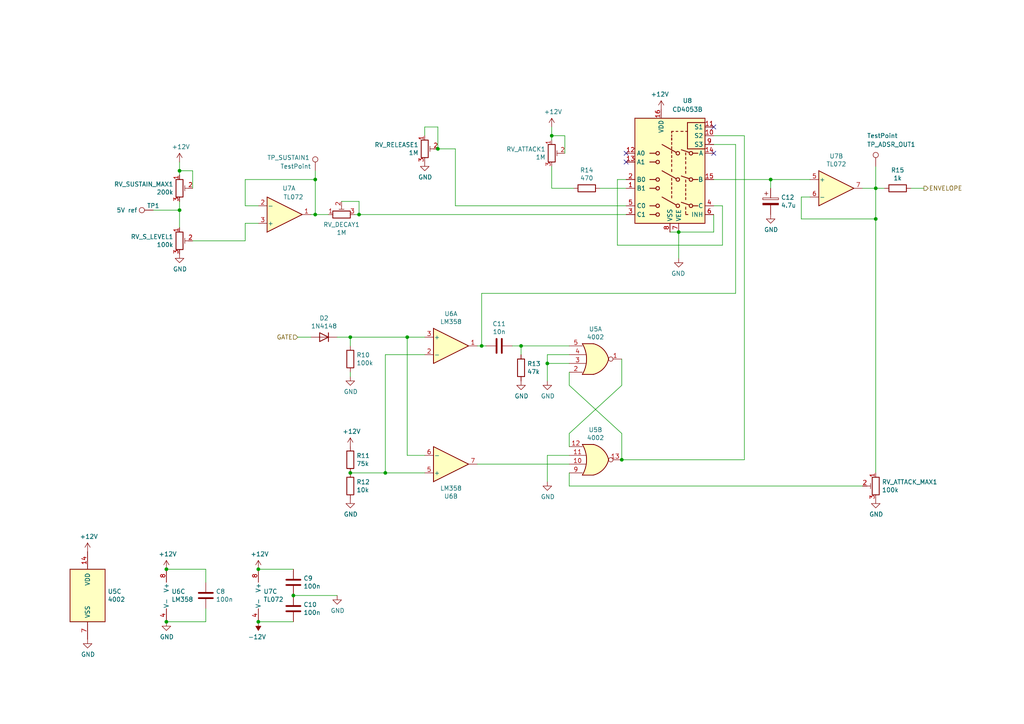
<source format=kicad_sch>
(kicad_sch (version 20230121) (generator eeschema)
  (paper "A4")
  (lib_symbols
    (symbol "4xxx:4002" (pin_names (offset 1.016))
      (property "Reference" "U" (at 0 1.27 0))
      (property "Value" "4002" (at 0 -1.27 0))
      (symbol "4002_1_1"
        (arc (start -3.81 -4.445) (mid -2.5908 0) (end -3.81 4.445) (stroke (width 0.254)))
        (arc (start -0.6096 -4.445) (mid 2.2246 -2.8422) (end 3.81 0) (stroke (width 0.254)) (fill (type background)))
        (polyline (pts (xy -3.81 -4.445) (xy -0.635 -4.445)) (stroke (width 0.254)) (fill (type background)))
        (polyline (pts (xy -3.81 4.445) (xy -0.635 4.445)) (stroke (width 0.254)) (fill (type background)))
        (polyline (pts (xy -0.635 4.445) (xy -3.81 4.445) (xy -3.81 4.445) (xy -3.6322 4.0894) (xy -3.0988 2.921) (xy -2.7686 1.6764) (xy -2.6162 0.4318) (xy -2.6416 -0.8636) (xy -2.8702 -2.1082) (xy -3.2512 -3.3274) (xy -3.81 -4.445) (xy -3.81 -4.445) (xy -0.635 -4.445)) (stroke (width -25.4)) (fill (type background)))
        (arc (start 3.81 0) (mid 2.2204 2.8379) (end -0.6096 4.445) (stroke (width 0.254)) (fill (type background)))
        (pin output inverted (at 7.62 0 180) (length 3.81) (name "~") (number "1"))
        (pin input line (at -7.62 3.81 0) (length 3.81) (name "~") (number "2"))
        (pin input line (at -7.62 1.27 0) (length 4.826) (name "~") (number "3"))
        (pin input line (at -7.62 -1.27 0) (length 4.826) (name "~") (number "4"))
        (pin input line (at -7.62 -3.81 0) (length 3.81) (name "~") (number "5"))
      )
      (symbol "4002_1_2"
        (arc (start -0.635 -4.445) (mid 3.7907 0) (end -0.635 4.445) (stroke (width 0.254)) (fill (type background)))
        (polyline (pts (xy -0.635 4.445) (xy -3.81 4.445) (xy -3.81 -4.445) (xy -0.635 -4.445)) (stroke (width 0.254)) (fill (type background)))
        (pin output line (at 7.62 0 180) (length 3.81) (name "~") (number "1"))
        (pin input inverted (at -7.62 3.81 0) (length 3.81) (name "~") (number "2"))
        (pin input inverted (at -7.62 1.27 0) (length 3.81) (name "~") (number "3"))
        (pin input inverted (at -7.62 -1.27 0) (length 3.81) (name "~") (number "4"))
        (pin input inverted (at -7.62 -3.81 0) (length 3.81) (name "~") (number "5"))
      )
      (symbol "4002_2_1"
        (arc (start -3.81 -4.445) (mid -2.5908 0) (end -3.81 4.445) (stroke (width 0.254)))
        (arc (start -0.6096 -4.445) (mid 2.2246 -2.8422) (end 3.81 0) (stroke (width 0.254)) (fill (type background)))
        (polyline (pts (xy -3.81 -4.445) (xy -0.635 -4.445)) (stroke (width 0.254)) (fill (type background)))
        (polyline (pts (xy -3.81 4.445) (xy -0.635 4.445)) (stroke (width 0.254)) (fill (type background)))
        (polyline (pts (xy -0.635 4.445) (xy -3.81 4.445) (xy -3.81 4.445) (xy -3.6322 4.0894) (xy -3.0988 2.921) (xy -2.7686 1.6764) (xy -2.6162 0.4318) (xy -2.6416 -0.8636) (xy -2.8702 -2.1082) (xy -3.2512 -3.3274) (xy -3.81 -4.445) (xy -3.81 -4.445) (xy -0.635 -4.445)) (stroke (width -25.4)) (fill (type background)))
        (arc (start 3.81 0) (mid 2.2204 2.8379) (end -0.6096 4.445) (stroke (width 0.254)) (fill (type background)))
        (pin input line (at -7.62 1.27 0) (length 4.826) (name "~") (number "10"))
        (pin input line (at -7.62 -1.27 0) (length 4.826) (name "~") (number "11"))
        (pin input line (at -7.62 -3.81 0) (length 3.81) (name "~") (number "12"))
        (pin output inverted (at 7.62 0 180) (length 3.81) (name "~") (number "13"))
        (pin input line (at -7.62 3.81 0) (length 3.81) (name "~") (number "9"))
      )
      (symbol "4002_2_2"
        (arc (start -0.635 -4.445) (mid 3.7907 0) (end -0.635 4.445) (stroke (width 0.254)) (fill (type background)))
        (polyline (pts (xy -0.635 4.445) (xy -3.81 4.445) (xy -3.81 -4.445) (xy -0.635 -4.445)) (stroke (width 0.254)) (fill (type background)))
        (pin input inverted (at -7.62 1.27 0) (length 3.81) (name "~") (number "10"))
        (pin input inverted (at -7.62 -1.27 0) (length 3.81) (name "~") (number "11"))
        (pin input inverted (at -7.62 -3.81 0) (length 3.81) (name "~") (number "12"))
        (pin output line (at 7.62 0 180) (length 3.81) (name "~") (number "13"))
        (pin input inverted (at -7.62 3.81 0) (length 3.81) (name "~") (number "9"))
      )
      (symbol "4002_3_0"
        (pin power_in line (at 0 12.7 270) (length 5.08) (name "VDD") (number "14"))
        (pin power_in line (at 0 -12.7 90) (length 5.08) (name "VSS") (number "7"))
      )
      (symbol "4002_3_1"
        (rectangle (start -5.08 7.62) (end 5.08 -7.62) (stroke (width 0.254)) (fill (type background)))
      )
    )
    (symbol "Amplifier_Operational:LM358" (pin_names (offset 0.127))
      (property "Reference" "U" (at 0 5.08 0))
      (property "Value" "LM358" (at 0 -5.08 0))
      (symbol "LM358_1_1"
        (polyline (pts (xy -5.08 5.08) (xy 5.08 0) (xy -5.08 -5.08) (xy -5.08 5.08)) (stroke (width 0.254)) (fill (type background)))
        (pin output line (at 7.62 0 180) (length 2.54) (name "~") (number "1"))
        (pin input line (at -7.62 -2.54 0) (length 2.54) (name "-") (number "2"))
        (pin input line (at -7.62 2.54 0) (length 2.54) (name "+") (number "3"))
      )
      (symbol "LM358_2_1"
        (polyline (pts (xy -5.08 5.08) (xy 5.08 0) (xy -5.08 -5.08) (xy -5.08 5.08)) (stroke (width 0.254)) (fill (type background)))
        (pin input line (at -7.62 2.54 0) (length 2.54) (name "+") (number "5"))
        (pin input line (at -7.62 -2.54 0) (length 2.54) (name "-") (number "6"))
        (pin output line (at 7.62 0 180) (length 2.54) (name "~") (number "7"))
      )
      (symbol "LM358_3_1"
        (pin power_in line (at -2.54 -7.62 90) (length 3.81) (name "V-") (number "4"))
        (pin power_in line (at -2.54 7.62 270) (length 3.81) (name "V+") (number "8"))
      )
    )
    (symbol "Amplifier_Operational:TL072" (pin_names (offset 0.127))
      (property "Reference" "U" (at 0 5.08 0))
      (property "Value" "TL072" (at 0 -5.08 0))
      (symbol "TL072_1_1"
        (polyline (pts (xy -5.08 5.08) (xy 5.08 0) (xy -5.08 -5.08) (xy -5.08 5.08)) (stroke (width 0.254)) (fill (type background)))
        (pin output line (at 7.62 0 180) (length 2.54) (name "~") (number "1"))
        (pin input line (at -7.62 -2.54 0) (length 2.54) (name "-") (number "2"))
        (pin input line (at -7.62 2.54 0) (length 2.54) (name "+") (number "3"))
      )
      (symbol "TL072_2_1"
        (polyline (pts (xy -5.08 5.08) (xy 5.08 0) (xy -5.08 -5.08) (xy -5.08 5.08)) (stroke (width 0.254)) (fill (type background)))
        (pin input line (at -7.62 2.54 0) (length 2.54) (name "+") (number "5"))
        (pin input line (at -7.62 -2.54 0) (length 2.54) (name "-") (number "6"))
        (pin output line (at 7.62 0 180) (length 2.54) (name "~") (number "7"))
      )
      (symbol "TL072_3_1"
        (pin power_in line (at -2.54 -7.62 90) (length 3.81) (name "V-") (number "4"))
        (pin power_in line (at -2.54 7.62 270) (length 3.81) (name "V+") (number "8"))
      )
    )
    (symbol "Analog_Switch:CD4053B"
      (property "Reference" "U" (at -10.16 16.51 0))
      (property "Value" "CD4053B" (at 3.81 16.51 0))
      (symbol "CD4053B_0_1"
        (rectangle (start -10.16 6.35) (end -5.08 13.97) (stroke (width 0.254)))
        (rectangle (start -10.16 15.24) (end 10.16 -15.24) (stroke (width 0.254)) (fill (type background)))
        (circle (center -6.096 -10.16) (radius 0.508) (stroke (width 0.254)))
        (circle (center -6.096 -2.54) (radius 0.508) (stroke (width 0.254)))
        (circle (center -6.096 5.08) (radius 0.508) (stroke (width 0.254)))
        (circle (center -2.286 -10.16) (radius 0.508) (stroke (width 0.254)))
        (circle (center -2.286 -2.54) (radius 0.508) (stroke (width 0.254)))
        (circle (center -2.286 5.08) (radius 0.508) (stroke (width 0.254)))
        (polyline (pts (xy -8.128 -10.16) (xy -6.604 -10.16)) (stroke (width 0.254)))
        (polyline (pts (xy -8.128 -2.54) (xy -6.604 -2.54)) (stroke (width 0.254)))
        (polyline (pts (xy -8.128 5.08) (xy -6.604 5.08)) (stroke (width 0.254)))
        (polyline (pts (xy -5.588 -9.906) (xy -3.302 -9.144)) (stroke (width 0.254)))
        (polyline (pts (xy -5.588 -2.286) (xy -3.302 -1.524)) (stroke (width 0.254)))
        (polyline (pts (xy -5.588 5.334) (xy -3.302 6.096)) (stroke (width 0.254)))
        (polyline (pts (xy -4.572 -12.7) (xy -5.207 -12.7)) (stroke (width 0.254)))
        (polyline (pts (xy -4.572 -12.446) (xy -4.572 -11.811)) (stroke (width 0.254)))
        (polyline (pts (xy -4.572 -11.176) (xy -4.572 -10.541)) (stroke (width 0.254)))
        (polyline (pts (xy -4.572 -8.382) (xy -4.572 -7.747)) (stroke (width 0.254)))
        (polyline (pts (xy -4.572 -7.112) (xy -4.572 -6.477)) (stroke (width 0.254)))
        (polyline (pts (xy -4.572 -5.842) (xy -4.572 -5.207)) (stroke (width 0.254)))
        (polyline (pts (xy -4.572 -4.572) (xy -4.572 -3.937)) (stroke (width 0.254)))
        (polyline (pts (xy -4.572 -3.302) (xy -4.572 -2.667)) (stroke (width 0.254)))
        (polyline (pts (xy -4.572 -0.762) (xy -4.572 -0.127)) (stroke (width 0.254)))
        (polyline (pts (xy -4.572 0.508) (xy -4.572 1.143)) (stroke (width 0.254)))
        (polyline (pts (xy -4.572 2.032) (xy -4.572 2.667)) (stroke (width 0.254)))
        (polyline (pts (xy -4.572 3.302) (xy -4.572 3.937)) (stroke (width 0.254)))
        (polyline (pts (xy -4.572 4.572) (xy -4.572 5.207)) (stroke (width 0.254)))
        (polyline (pts (xy -4.572 11.43) (xy -5.08 11.43)) (stroke (width 0.254)))
        (polyline (pts (xy -3.81 11.43) (xy -3.175 11.43)) (stroke (width 0.254)))
        (polyline (pts (xy -1.778 -9.906) (xy 2.286 -7.62)) (stroke (width 0.254)))
        (polyline (pts (xy -1.778 -2.286) (xy 2.286 0)) (stroke (width 0.254)))
        (polyline (pts (xy -1.778 5.334) (xy 2.286 7.62)) (stroke (width 0.254)))
        (polyline (pts (xy -1.778 11.43) (xy -2.286 11.43)) (stroke (width 0.254)))
        (polyline (pts (xy -0.508 -7.874) (xy -0.508 -7.239)) (stroke (width 0.254)))
        (polyline (pts (xy -0.508 -6.604) (xy -0.508 -5.969)) (stroke (width 0.254)))
        (polyline (pts (xy -0.508 -5.334) (xy -0.508 -4.699)) (stroke (width 0.254)))
        (polyline (pts (xy -0.508 -4.064) (xy -0.508 -3.429)) (stroke (width 0.254)))
        (polyline (pts (xy -0.508 -2.794) (xy -0.508 -2.159)) (stroke (width 0.254)))
        (polyline (pts (xy -0.508 -0.254) (xy -0.508 0.381)) (stroke (width 0.254)))
        (polyline (pts (xy -0.508 1.27) (xy -0.508 1.905)) (stroke (width 0.254)))
        (polyline (pts (xy -0.508 2.54) (xy -0.508 3.175)) (stroke (width 0.254)))
        (polyline (pts (xy -0.508 3.81) (xy -0.508 4.445)) (stroke (width 0.254)))
        (polyline (pts (xy -0.508 5.08) (xy -0.508 5.715)) (stroke (width 0.254)))
        (polyline (pts (xy -0.508 6.35) (xy -0.508 6.985)) (stroke (width 0.254)))
        (polyline (pts (xy -0.508 7.62) (xy -0.508 8.255)) (stroke (width 0.254)))
        (polyline (pts (xy -0.508 8.89) (xy -0.508 9.398)) (stroke (width 0.254)))
        (polyline (pts (xy -0.508 8.89) (xy -0.508 9.525)) (stroke (width 0.254)))
        (polyline (pts (xy -0.508 9.906) (xy -0.508 10.414)) (stroke (width 0.254)))
        (polyline (pts (xy -0.508 10.922) (xy -0.508 11.43)) (stroke (width 0.254)))
        (polyline (pts (xy -0.508 11.43) (xy -1.016 11.43)) (stroke (width 0.254)))
        (polyline (pts (xy 4.064 -12.7) (xy 5.842 -12.7)) (stroke (width 0.254)))
        (polyline (pts (xy 4.064 -10.16) (xy 5.842 -10.16)) (stroke (width 0.254)))
        (polyline (pts (xy 4.064 -5.08) (xy 5.842 -5.08)) (stroke (width 0.254)))
        (polyline (pts (xy 4.064 -2.54) (xy 5.842 -2.54)) (stroke (width 0.254)))
        (polyline (pts (xy 4.064 2.54) (xy 5.842 2.54)) (stroke (width 0.254)))
        (polyline (pts (xy 4.064 5.08) (xy 5.842 5.08)) (stroke (width 0.254)))
        (circle (center 3.556 -12.7) (radius 0.508) (stroke (width 0.254)))
        (circle (center 3.556 -10.16) (radius 0.508) (stroke (width 0.254)))
        (circle (center 3.556 -5.08) (radius 0.508) (stroke (width 0.254)))
        (circle (center 3.556 -2.54) (radius 0.508) (stroke (width 0.254)))
        (circle (center 3.556 2.54) (radius 0.508) (stroke (width 0.254)))
        (circle (center 3.556 5.08) (radius 0.508) (stroke (width 0.254)))
      )
      (symbol "CD4053B_1_1"
        (pin bidirectional line (at 12.7 -5.08 180) (length 2.54) (name "B1") (number "1"))
        (pin input line (at -12.7 10.16 0) (length 2.54) (name "S2") (number "10"))
        (pin input line (at -12.7 12.7 0) (length 2.54) (name "S1") (number "11"))
        (pin bidirectional line (at 12.7 5.08 180) (length 2.54) (name "A0") (number "12"))
        (pin bidirectional line (at 12.7 2.54 180) (length 2.54) (name "A1") (number "13"))
        (pin bidirectional line (at -12.7 5.08 0) (length 2.54) (name "A") (number "14"))
        (pin bidirectional line (at -12.7 -2.54 0) (length 2.54) (name "B") (number "15"))
        (pin power_in line (at 2.54 17.78 270) (length 2.54) (name "VDD") (number "16"))
        (pin bidirectional line (at 12.7 -2.54 180) (length 2.54) (name "B0") (number "2"))
        (pin bidirectional line (at 12.7 -12.7 180) (length 2.54) (name "C1") (number "3"))
        (pin bidirectional line (at -12.7 -10.16 0) (length 2.54) (name "C") (number "4"))
        (pin bidirectional line (at 12.7 -10.16 180) (length 2.54) (name "C0") (number "5"))
        (pin input line (at -12.7 -12.7 0) (length 2.54) (name "INH") (number "6"))
        (pin power_in line (at -2.54 -17.78 90) (length 2.54) (name "VEE") (number "7"))
        (pin power_in line (at 0 -17.78 90) (length 2.54) (name "VSS") (number "8"))
        (pin input line (at -12.7 7.62 0) (length 2.54) (name "S3") (number "9"))
      )
    )
    (symbol "Connector:TestPoint" (pin_numbers hide) (pin_names (offset 0.762) hide)
      (property "Reference" "TP" (at 0 6.858 0))
      (property "Value" "TestPoint" (at 0 5.08 0))
      (symbol "TestPoint_0_1"
        (circle (center 0 3.302) (radius 0.762))
      )
      (symbol "TestPoint_1_1"
        (pin passive line (at 0 0 90) (length 2.54) (name "1") (number "1"))
      )
    )
    (symbol "Device:C" (pin_numbers hide) (pin_names (offset 0.254))
      (property "Reference" "C" (at 0.635 2.54 0))
      (property "Value" "C" (at 0.635 -2.54 0))
      (symbol "C_0_1"
        (polyline (pts (xy -2.032 -0.762) (xy 2.032 -0.762)) (stroke (width 0.508)))
        (polyline (pts (xy -2.032 0.762) (xy 2.032 0.762)) (stroke (width 0.508)))
      )
      (symbol "C_1_1"
        (pin passive line (at 0 3.81 270) (length 2.794) (name "~") (number "1"))
        (pin passive line (at 0 -3.81 90) (length 2.794) (name "~") (number "2"))
      )
    )
    (symbol "Device:C_Polarized" (pin_numbers hide) (pin_names (offset 0.254))
      (property "Reference" "C" (at 0.635 2.54 0))
      (property "Value" "C_Polarized" (at 0.635 -2.54 0))
      (symbol "C_Polarized_0_1"
        (rectangle (start -2.286 0.508) (end 2.286 1.016))
        (polyline (pts (xy -1.778 2.286) (xy -0.762 2.286)))
        (polyline (pts (xy -1.27 2.794) (xy -1.27 1.778)))
        (rectangle (start 2.286 -0.508) (end -2.286 -1.016) (fill (type outline)))
      )
      (symbol "C_Polarized_1_1"
        (pin passive line (at 0 3.81 270) (length 2.794) (name "~") (number "1"))
        (pin passive line (at 0 -3.81 90) (length 2.794) (name "~") (number "2"))
      )
    )
    (symbol "Device:R" (pin_numbers hide) (pin_names (offset 0))
      (property "Reference" "R" (at 2.032 0 90))
      (property "Value" "R" (at 0 0 90))
      (symbol "R_0_1"
        (rectangle (start -1.016 -2.54) (end 1.016 2.54) (stroke (width 0.254)))
      )
      (symbol "R_1_1"
        (pin passive line (at 0 3.81 270) (length 1.27) (name "~") (number "1"))
        (pin passive line (at 0 -3.81 90) (length 1.27) (name "~") (number "2"))
      )
    )
    (symbol "Device:R_Potentiometer_Trim" (pin_names (offset 1.016) hide)
      (property "Reference" "RV" (at -4.445 0 90))
      (property "Value" "R_Potentiometer_Trim" (at -2.54 0 90))
      (symbol "R_Potentiometer_Trim_0_1"
        (polyline (pts (xy 1.524 0.762) (xy 1.524 -0.762)))
        (polyline (pts (xy 2.54 0) (xy 1.524 0)))
        (rectangle (start 1.016 2.54) (end -1.016 -2.54) (stroke (width 0.254)))
      )
      (symbol "R_Potentiometer_Trim_1_1"
        (pin passive line (at 0 3.81 270) (length 1.27) (name "1") (number "1"))
        (pin passive line (at 3.81 0 180) (length 1.27) (name "2") (number "2"))
        (pin passive line (at 0 -3.81 90) (length 1.27) (name "3") (number "3"))
      )
    )
    (symbol "Diode:1N4148" (pin_numbers hide) (pin_names hide)
      (property "Reference" "D" (at 0 2.54 0))
      (property "Value" "1N4148" (at 0 -2.54 0))
      (symbol "1N4148_0_1"
        (polyline (pts (xy -1.27 1.27) (xy -1.27 -1.27)) (stroke (width 0.254)))
        (polyline (pts (xy 1.27 0) (xy -1.27 0)))
        (polyline (pts (xy 1.27 1.27) (xy 1.27 -1.27) (xy -1.27 0) (xy 1.27 1.27)) (stroke (width 0.254)))
      )
      (symbol "1N4148_1_1"
        (pin passive line (at -3.81 0 0) (length 2.54) (name "K") (number "1"))
        (pin passive line (at 3.81 0 180) (length 2.54) (name "A") (number "2"))
      )
    )
    (symbol "power:+12V" (power) (pin_names (offset 0))
      (property "Value" "+12V" (at 0 3.556 0))
      (symbol "+12V_0_1"
        (polyline (pts (xy -0.762 1.27) (xy 0 2.54)))
        (polyline (pts (xy 0 0) (xy 0 2.54)))
        (polyline (pts (xy 0 2.54) (xy 0.762 1.27)))
      )
      (symbol "+12V_1_1"
        (pin power_in line (at 0 0 90) (length 0) hide (name "+12V") (number "1"))
      )
    )
    (symbol "power:-12V" (power) (pin_names (offset 0))
      (property "Value" "-12V" (at 0 3.81 0))
      (symbol "-12V_0_0"
        (pin power_in line (at 0 0 90) (length 0) hide (name "-12V") (number "1"))
      )
      (symbol "-12V_0_1"
        (polyline (pts (xy 0 0) (xy 0 1.27) (xy 0.762 1.27) (xy 0 2.54) (xy -0.762 1.27) (xy 0 1.27)) (fill (type outline)))
      )
    )
    (symbol "power:GND" (power) (pin_names (offset 0))
      (property "Value" "GND" (at 0 -3.81 0))
      (symbol "GND_0_1"
        (polyline (pts (xy 0 0) (xy 0 -1.27) (xy 1.27 -1.27) (xy 0 -2.54) (xy -1.27 -1.27) (xy 0 -1.27)))
      )
      (symbol "GND_1_1"
        (pin power_in line (at 0 0 270) (length 0) hide (name "GND") (number "1"))
      )
    )
  )
  (junction (at 223.52 52.07))
  (junction (at 74.93 180.34))
  (junction (at 101.6 137.16))
  (junction (at 52.07 49.53))
  (junction (at 91.44 52.07))
  (junction (at 52.07 60.96))
  (junction (at 151.13 100.33))
  (junction (at 111.76 137.16))
  (junction (at 101.6 97.79))
  (junction (at 254 63.5))
  (junction (at 74.93 165.1))
  (junction (at 160.02 39.37))
  (junction (at 254 54.61))
  (junction (at 91.44 62.23))
  (junction (at 48.26 180.34))
  (junction (at 139.7 100.33))
  (junction (at 85.09 172.72))
  (junction (at 48.26 165.1))
  (junction (at 104.14 62.23))
  (junction (at 127 43.18))
  (junction (at 158.75 105.41))
  (junction (at 196.85 67.31))
  (junction (at 118.11 97.79))
  (junction (at 180.34 133.35))
  (no_connect (at 181.61 44.45))
  (no_connect (at 207.01 44.45))
  (no_connect (at 181.61 46.99))
  (no_connect (at 207.01 36.83))
  (wire (pts (xy 123.19 102.87) (xy 111.76 102.87)))
  (wire (pts (xy 118.11 132.08) (xy 123.19 132.08)))
  (wire (pts (xy 179.07 52.07) (xy 179.07 71.12)))
  (wire (pts (xy 59.69 180.34) (xy 59.69 176.53)))
  (wire (pts (xy 196.85 67.31) (xy 194.31 67.31)))
  (wire (pts (xy 59.69 165.1) (xy 59.69 168.91)))
  (wire (pts (xy 71.12 64.77) (xy 74.93 64.77)))
  (wire (pts (xy 123.19 36.83) (xy 127 36.83)))
  (wire (pts (xy 158.75 105.41) (xy 158.75 102.87)))
  (wire (pts (xy 223.52 54.61) (xy 223.52 52.07)))
  (wire (pts (xy 173.99 54.61) (xy 181.61 54.61)))
  (wire (pts (xy 215.9 133.35) (xy 215.9 39.37)))
  (wire (pts (xy 123.19 39.37) (xy 123.19 36.83)))
  (wire (pts (xy 209.55 71.12) (xy 209.55 59.69)))
  (wire (pts (xy 158.75 102.87) (xy 165.1 102.87)))
  (wire (pts (xy 59.69 165.1) (xy 48.26 165.1)))
  (wire (pts (xy 71.12 59.69) (xy 71.12 52.07)))
  (wire (pts (xy 139.7 85.09) (xy 139.7 100.33)))
  (wire (pts (xy 127 43.18) (xy 132.08 43.18)))
  (wire (pts (xy 132.08 59.69) (xy 181.61 59.69)))
  (wire (pts (xy 180.34 104.14) (xy 180.34 111.76)))
  (wire (pts (xy 101.6 97.79) (xy 118.11 97.79)))
  (wire (pts (xy 74.93 59.69) (xy 71.12 59.69)))
  (wire (pts (xy 52.07 49.53) (xy 55.88 49.53)))
  (wire (pts (xy 52.07 58.42) (xy 52.07 60.96)))
  (wire (pts (xy 234.95 57.15) (xy 232.41 57.15)))
  (wire (pts (xy 52.07 60.96) (xy 52.07 66.04)))
  (wire (pts (xy 160.02 39.37) (xy 163.83 39.37)))
  (wire (pts (xy 256.54 54.61) (xy 254 54.61)))
  (wire (pts (xy 101.6 109.22) (xy 101.6 107.95)))
  (wire (pts (xy 254 54.61) (xy 254 63.5)))
  (wire (pts (xy 165.1 125.73) (xy 165.1 129.54)))
  (wire (pts (xy 148.59 100.33) (xy 151.13 100.33)))
  (wire (pts (xy 207.01 41.91) (xy 213.36 41.91)))
  (wire (pts (xy 139.7 100.33) (xy 140.97 100.33)))
  (wire (pts (xy 52.07 49.53) (xy 52.07 50.8)))
  (wire (pts (xy 165.1 107.95) (xy 165.1 111.76)))
  (wire (pts (xy 104.14 58.42) (xy 104.14 62.23)))
  (wire (pts (xy 85.09 165.1) (xy 74.93 165.1)))
  (wire (pts (xy 254 63.5) (xy 254 137.16)))
  (wire (pts (xy 196.85 74.93) (xy 196.85 67.31)))
  (wire (pts (xy 101.6 137.16) (xy 111.76 137.16)))
  (wire (pts (xy 118.11 97.79) (xy 123.19 97.79)))
  (wire (pts (xy 223.52 52.07) (xy 234.95 52.07)))
  (wire (pts (xy 254 54.61) (xy 250.19 54.61)))
  (wire (pts (xy 151.13 100.33) (xy 151.13 102.87)))
  (wire (pts (xy 158.75 110.49) (xy 158.75 105.41)))
  (wire (pts (xy 55.88 49.53) (xy 55.88 54.61)))
  (wire (pts (xy 179.07 71.12) (xy 209.55 71.12)))
  (wire (pts (xy 132.08 59.69) (xy 132.08 43.18)))
  (wire (pts (xy 71.12 52.07) (xy 91.44 52.07)))
  (wire (pts (xy 102.87 62.23) (xy 104.14 62.23)))
  (wire (pts (xy 165.1 132.08) (xy 158.75 132.08)))
  (wire (pts (xy 160.02 54.61) (xy 166.37 54.61)))
  (wire (pts (xy 160.02 39.37) (xy 160.02 36.83)))
  (wire (pts (xy 180.34 133.35) (xy 215.9 133.35)))
  (wire (pts (xy 207.01 67.31) (xy 196.85 67.31)))
  (wire (pts (xy 91.44 62.23) (xy 95.25 62.23)))
  (wire (pts (xy 165.1 137.16) (xy 165.1 140.97)))
  (wire (pts (xy 160.02 39.37) (xy 160.02 40.64)))
  (wire (pts (xy 138.43 134.62) (xy 165.1 134.62)))
  (wire (pts (xy 158.75 132.08) (xy 158.75 139.7)))
  (wire (pts (xy 232.41 57.15) (xy 232.41 63.5)))
  (wire (pts (xy 90.17 62.23) (xy 91.44 62.23)))
  (wire (pts (xy 59.69 180.34) (xy 48.26 180.34)))
  (wire (pts (xy 127 36.83) (xy 127 43.18)))
  (wire (pts (xy 104.14 62.23) (xy 181.61 62.23)))
  (wire (pts (xy 90.17 97.79) (xy 86.36 97.79)))
  (wire (pts (xy 215.9 39.37) (xy 207.01 39.37)))
  (wire (pts (xy 111.76 137.16) (xy 123.19 137.16)))
  (wire (pts (xy 232.41 63.5) (xy 254 63.5)))
  (wire (pts (xy 254 48.26) (xy 254 54.61)))
  (wire (pts (xy 223.52 52.07) (xy 207.01 52.07)))
  (wire (pts (xy 118.11 97.79) (xy 118.11 132.08)))
  (wire (pts (xy 180.34 125.73) (xy 180.34 133.35)))
  (wire (pts (xy 151.13 100.33) (xy 165.1 100.33)))
  (wire (pts (xy 160.02 48.26) (xy 160.02 54.61)))
  (wire (pts (xy 101.6 97.79) (xy 101.6 100.33)))
  (wire (pts (xy 163.83 39.37) (xy 163.83 44.45)))
  (wire (pts (xy 139.7 85.09) (xy 213.36 85.09)))
  (wire (pts (xy 180.34 111.76) (xy 165.1 125.73)))
  (wire (pts (xy 99.06 58.42) (xy 104.14 58.42)))
  (wire (pts (xy 91.44 49.53) (xy 91.44 52.07)))
  (wire (pts (xy 44.45 60.96) (xy 52.07 60.96)))
  (wire (pts (xy 267.97 54.61) (xy 264.16 54.61)))
  (wire (pts (xy 55.88 69.85) (xy 71.12 69.85)))
  (wire (pts (xy 91.44 52.07) (xy 91.44 62.23)))
  (wire (pts (xy 52.07 46.99) (xy 52.07 49.53)))
  (wire (pts (xy 97.79 172.72) (xy 85.09 172.72)))
  (wire (pts (xy 250.19 140.97) (xy 165.1 140.97)))
  (wire (pts (xy 138.43 100.33) (xy 139.7 100.33)))
  (wire (pts (xy 97.79 97.79) (xy 101.6 97.79)))
  (wire (pts (xy 165.1 105.41) (xy 158.75 105.41)))
  (wire (pts (xy 213.36 41.91) (xy 213.36 85.09)))
  (wire (pts (xy 207.01 62.23) (xy 207.01 67.31)))
  (wire (pts (xy 111.76 102.87) (xy 111.76 137.16)))
  (wire (pts (xy 71.12 69.85) (xy 71.12 64.77)))
  (wire (pts (xy 209.55 59.69) (xy 207.01 59.69)))
  (wire (pts (xy 85.09 180.34) (xy 74.93 180.34)))
  (wire (pts (xy 165.1 111.76) (xy 180.34 125.73)))
  (wire (pts (xy 181.61 52.07) (xy 179.07 52.07)))
  (hierarchical_label "ENVELOPE" (shape output) (at 267.97 54.61 0))
  (hierarchical_label "GATE" (shape input) (at 86.36 97.79 180))
  (symbol (lib_id "Diode:1N4148") (at 93.98 97.79 180) (unit 1)
    (property "Reference" "D2" (at 93.98 92.2782 0))
    (property "Value" "1N4148" (at 93.98 94.5896 0))
    (property "Footprint" "Diode_THT:D_DO-35_SOD27_P7.62mm_Horizontal" (effects hide))
    (property "Datasheet" "https://assets.nexperia.com/documents/data-sheet/1N4148_1N4448.pdf" (effects hide))
    (instances (project "shmoergh-funk-livecontrol" (path "" (reference "D2") (unit 1))) (project "hog-f1-control" (path "" (reference "D1") (unit 1))))
  )
  (symbol (lib_id "Amplifier_Operational:LM358") (at 130.81 100.33 0) (unit 1)
    (property "Reference" "U6" (at 130.81 91.0082 0))
    (property "Value" "LM358" (at 130.81 93.3196 0))
    (property "Footprint" "Package_DIP:DIP-8_W7.62mm" (effects hide))
    (property "Datasheet" "http://www.ti.com/lit/ds/symlink/lm2904-n.pdf" (effects hide))
    (instances (project "shmoergh-funk-livecontrol" (path "" (reference "U6") (unit 1))) (project "hog-f1-control" (path "" (reference "U2") (unit 1))))
  )
  (symbol (lib_id "Device:R") (at 101.6 140.97 0) (unit 1)
    (property "Reference" "R12" (at 103.378 139.8016 0) (effects (justify left)))
    (property "Value" "10k" (at 103.378 142.113 0) (effects (justify left)))
    (property "Footprint" "Shmoergh_Custom_Footprints:R_Axial_DIN0207_L6.3mm_D2.5mm_P7.62mm_Horizontal" (effects hide))
    (instances (project "shmoergh-funk-livecontrol" (path "" (reference "R12") (unit 1))) (project "hog-f1-control" (path "" (reference "R3") (unit 1))))
  )
  (symbol (lib_id "Device:R_Potentiometer_Trim") (at 254 140.97 0) (mirror y) (unit 1)
    (property "Reference" "RV_ATTACK_MAX1" (at 255.778 139.8016 0) (effects (justify right)))
    (property "Value" "100k" (at 255.778 142.113 0) (effects (justify right)))
    (property "Footprint" "Potentiometer_THT:Potentiometer_Runtron_RM-065_Vertical" (effects hide))
  )
  (symbol (lib_id "power:+12V") (at 48.26 165.1 0) (unit 1)
    (property "Reference" "#PWR038" (effects hide))
    (property "Value" "+12V" (at 48.641 160.7058 0))
    (instances (project "shmoergh-funk-livecontrol" (path "" (reference "#PWR038") (unit 1))) (project "hog-f1-control" (path "" (reference "#PWR0119") (unit 1))))
  )
  (symbol (lib_id "power:GND") (at 151.13 110.49 0) (unit 1)
    (property "Reference" "#PWR048" (effects hide))
    (property "Value" "GND" (at 151.257 114.8842 0))
    (instances (project "shmoergh-funk-livecontrol" (path "" (reference "#PWR048") (unit 1))) (project "hog-f1-control" (path "" (reference "#PWR0122") (unit 1))))
  )
  (symbol (lib_id "Connector:TestPoint") (at 91.44 49.53 0) (unit 1)
    (property "Reference" "TP_SUSTAIN1" (at 77.47 45.72 0) (effects (justify left)))
    (property "Value" "TestPoint" (at 81.28 48.26 0) (effects (justify left)))
    (property "Footprint" "TestPoint:TestPoint_THTPad_2.0x2.0mm_Drill1.0mm" (effects hide))
  )
  (symbol (lib_id "Amplifier_Operational:LM358") (at 50.8 172.72 0) (unit 3)
    (property "Reference" "U6" (at 49.7332 171.5516 0) (effects (justify left)))
    (property "Value" "LM358" (at 49.7332 173.863 0) (effects (justify left)))
    (property "Footprint" "Package_DIP:DIP-8_W7.62mm" (effects hide))
    (property "Datasheet" "http://www.ti.com/lit/ds/symlink/lm2904-n.pdf" (effects hide))
    (instances (project "shmoergh-funk-livecontrol" (path "" (reference "U6") (unit 3))) (project "hog-f1-control" (path "" (reference "U2") (unit 3))))
  )
  (symbol (lib_id "power:-12V") (at 74.93 180.34 180) (unit 1)
    (property "Reference" "#PWR041" (effects hide))
    (property "Value" "-12V" (at 74.549 184.7342 0))
    (instances (project "shmoergh-funk-livecontrol" (path "" (reference "#PWR041") (unit 1))) (project "hog-f1-control" (path "" (reference "#PWR0129") (unit 1))))
  )
  (symbol (lib_id "Device:C") (at 59.69 172.72 0) (unit 1)
    (property "Reference" "C8" (at 62.611 171.5516 0) (effects (justify left)))
    (property "Value" "100n" (at 62.611 173.863 0) (effects (justify left)))
    (property "Footprint" "Capacitor_THT:C_Disc_D3.0mm_W2.0mm_P2.50mm" (effects hide))
    (instances (project "shmoergh-funk-livecontrol" (path "" (reference "C8") (unit 1))) (project "hog-f1-control" (path "" (reference "C3") (unit 1))))
  )
  (symbol (lib_id "Device:R") (at 151.13 106.68 0) (unit 1)
    (property "Reference" "R13" (at 152.908 105.5116 0) (effects (justify left)))
    (property "Value" "47k" (at 152.908 107.823 0) (effects (justify left)))
    (property "Footprint" "Shmoergh_Custom_Footprints:R_Axial_DIN0207_L6.3mm_D2.5mm_P7.62mm_Horizontal" (effects hide))
    (instances (project "shmoergh-funk-livecontrol" (path "" (reference "R13") (unit 1))) (project "hog-f1-control" (path "" (reference "R4") (unit 1))))
  )
  (symbol (lib_id "Device:R_Potentiometer_Trim") (at 52.07 54.61 0) (unit 1)
    (property "Reference" "RV_SUSTAIN_MAX1" (at 50.292 53.4416 0) (effects (justify right)))
    (property "Value" "200k" (at 50.292 55.753 0) (effects (justify right)))
    (property "Footprint" "Potentiometer_THT:Potentiometer_Runtron_RM-065_Vertical" (effects hide))
    (instances (project "shmoergh-funk-livecontrol" (path "" (reference "RV_SUSTAIN_MAX1") (unit 1))) (project "hog-f1-control" (path "" (reference "#RV_SUSTAIN_MAX1") (unit 1))))
  )
  (symbol (lib_id "power:GND") (at 158.75 110.49 0) (unit 1)
    (property "Reference" "#PWR049" (effects hide))
    (property "Value" "GND" (at 158.877 114.8842 0))
    (instances (project "shmoergh-funk-livecontrol" (path "" (reference "#PWR049") (unit 1))) (project "hog-f1-control" (path "" (reference "#PWR0123") (unit 1))))
  )
  (symbol (lib_id "power:+12V") (at 160.02 36.83 0) (unit 1)
    (property "Reference" "#PWR047" (effects hide))
    (property "Value" "+12V" (at 160.401 32.4358 0))
    (instances (project "shmoergh-funk-livecontrol" (path "" (reference "#PWR047") (unit 1))) (project "hog-f1-control" (path "" (reference "#PWR0134") (unit 1))))
  )
  (symbol (lib_id "Analog_Switch:CD4053B") (at 194.31 49.53 0) (mirror y) (unit 1)
    (property "Reference" "U8" (at 199.39 29.21 0))
    (property "Value" "CD4053B" (at 199.39 31.75 0))
    (property "Footprint" "Package_DIP:DIP-16_W7.62mm" (effects hide))
    (property "Datasheet" "http://www.ti.com/lit/ds/symlink/cd4052b.pdf" (effects hide))
    (instances (project "shmoergh-funk-livecontrol" (path "" (reference "U8") (unit 1))) (project "hog-f1-control" (path "" (reference "U4") (unit 1))))
  )
  (symbol (lib_id "Connector:TestPoint") (at 254 48.26 0) (unit 1)
    (property "Reference" "TP_ADSR_OUT1" (at 251.46 41.91 0) (effects (justify left)))
    (property "Value" "TestPoint" (at 251.46 39.37 0) (effects (justify left)))
    (property "Footprint" "TestPoint:TestPoint_THTPad_2.0x2.0mm_Drill1.0mm" (effects hide))
  )
  (symbol (lib_id "power:+12V") (at 191.77 31.75 0) (mirror y) (unit 1)
    (property "Reference" "#PWR051" (effects hide))
    (property "Value" "+12V" (at 191.389 27.3558 0))
    (instances (project "shmoergh-funk-livecontrol" (path "" (reference "#PWR051") (unit 1))) (project "hog-f1-control" (path "" (reference "#PWR0127") (unit 1))))
  )
  (symbol (lib_id "power:GND") (at 223.52 62.23 0) (unit 1)
    (property "Reference" "#PWR053" (effects hide))
    (property "Value" "GND" (at 223.647 66.6242 0))
    (instances (project "shmoergh-funk-livecontrol" (path "" (reference "#PWR053") (unit 1))) (project "hog-f1-control" (path "" (reference "#PWR0131") (unit 1))))
  )
  (symbol (lib_id "Device:C") (at 85.09 168.91 0) (unit 1)
    (property "Reference" "C9" (at 88.011 167.7416 0) (effects (justify left)))
    (property "Value" "100n" (at 88.011 170.053 0) (effects (justify left)))
    (property "Footprint" "Capacitor_THT:C_Disc_D3.0mm_W2.0mm_P2.50mm" (effects hide))
    (instances (project "shmoergh-funk-livecontrol" (path "" (reference "C9") (unit 1))) (project "hog-f1-control" (path "" (reference "C4") (unit 1))))
  )
  (symbol (lib_id "power:GND") (at 158.75 139.7 0) (unit 1)
    (property "Reference" "#PWR050" (effects hide))
    (property "Value" "GND" (at 158.877 144.0942 0))
    (instances (project "shmoergh-funk-livecontrol" (path "" (reference "#PWR050") (unit 1))) (project "hog-f1-control" (path "" (reference "#PWR0124") (unit 1))))
  )
  (symbol (lib_id "power:+12V") (at 101.6 129.54 0) (unit 1)
    (property "Reference" "#PWR043" (effects hide))
    (property "Value" "+12V" (at 101.981 125.1458 0))
    (instances (project "shmoergh-funk-livecontrol" (path "" (reference "#PWR043") (unit 1))) (project "hog-f1-control" (path "" (reference "#PWR0132") (unit 1))))
  )
  (symbol (lib_id "Device:R_Potentiometer_Trim") (at 99.06 62.23 90) (unit 1)
    (property "Reference" "RV_DECAY1" (at 99.06 65.151 90))
    (property "Value" "1M" (at 99.06 67.4624 90))
    (property "Footprint" "Shmoergh_Custom_Footprints:NSL25_01x03_Vertical" (effects hide))
    (instances (project "shmoergh-funk-livecontrol" (path "" (reference "RV_DECAY1") (unit 1))) (project "hog-f1-control" (path "" (reference "#RV_DECAY1") (unit 1))))
  )
  (symbol (lib_id "Device:R") (at 101.6 104.14 0) (unit 1)
    (property "Reference" "R10" (at 103.378 102.9716 0) (effects (justify left)))
    (property "Value" "100k" (at 103.378 105.283 0) (effects (justify left)))
    (property "Footprint" "Shmoergh_Custom_Footprints:R_Axial_DIN0207_L6.3mm_D2.5mm_P7.62mm_Horizontal" (effects hide))
    (instances (project "shmoergh-funk-livecontrol" (path "" (reference "R10") (unit 1))) (project "hog-f1-control" (path "" (reference "R1") (unit 1))))
  )
  (symbol (lib_id "Device:R_Potentiometer_Trim") (at 123.19 43.18 0) (unit 1)
    (property "Reference" "RV_RELEASE1" (at 121.412 42.0116 0) (effects (justify right)))
    (property "Value" "1M" (at 121.412 44.323 0) (effects (justify right)))
    (property "Footprint" "Shmoergh_Custom_Footprints:NSL25_01x03_Vertical" (effects hide))
    (instances (project "shmoergh-funk-livecontrol" (path "" (reference "RV_RELEASE1") (unit 1))) (project "hog-f1-control" (path "" (reference "#RV_RELEASE1") (unit 1))))
  )
  (symbol (lib_id "power:GND") (at 196.85 74.93 0) (mirror y) (unit 1)
    (property "Reference" "#PWR052" (effects hide))
    (property "Value" "GND" (at 196.723 79.3242 0))
    (instances (project "shmoergh-funk-livecontrol" (path "" (reference "#PWR052") (unit 1))) (project "hog-f1-control" (path "" (reference "#PWR0126") (unit 1))))
  )
  (symbol (lib_id "power:GND") (at 254 144.78 0) (unit 1)
    (property "Reference" "#PWR054" (effects hide))
    (property "Value" "GND" (at 254.127 149.1742 0))
    (instances (project "shmoergh-funk-livecontrol" (path "" (reference "#PWR054") (unit 1))) (project "hog-f1-control" (path "" (reference "#PWR0125") (unit 1))))
  )
  (symbol (lib_id "Device:R_Potentiometer_Trim") (at 52.07 69.85 0) (unit 1)
    (property "Reference" "RV_S_LEVEL1" (at 50.292 68.6816 0) (effects (justify right)))
    (property "Value" "100k" (at 50.292 70.993 0) (effects (justify right)))
    (property "Footprint" "Shmoergh_Custom_Footprints:NSL25_01x03_Vertical" (effects hide))
    (instances (project "shmoergh-funk-livecontrol" (path "" (reference "RV_S_LEVEL1") (unit 1))) (project "hog-f1-control" (path "" (reference "#RV_S_LEVEL1") (unit 1))))
  )
  (symbol (lib_id "Amplifier_Operational:TL072") (at 82.55 62.23 0) (mirror x) (unit 1)
    (property "Reference" "U7" (at 83.82 54.61 0))
    (property "Value" "TL072" (at 85.09 57.15 0))
    (property "Footprint" "Package_DIP:DIP-8_W7.62mm" (effects hide))
    (property "Datasheet" "http://www.ti.com/lit/ds/symlink/tl071.pdf" (effects hide))
    (instances (project "shmoergh-funk-livecontrol" (path "" (reference "U7") (unit 1))) (project "hog-f1-control" (path "" (reference "U3") (unit 1))))
  )
  (symbol (lib_id "power:GND") (at 25.4 185.42 0) (unit 1)
    (property "Reference" "#PWR035" (effects hide))
    (property "Value" "GND" (at 25.527 189.8142 0))
    (instances (project "shmoergh-funk-livecontrol" (path "" (reference "#PWR035") (unit 1))) (project "hog-f1-control" (path "" (reference "#PWR0117") (unit 1))))
  )
  (symbol (lib_id "power:GND") (at 123.19 46.99 0) (unit 1)
    (property "Reference" "#PWR046" (effects hide))
    (property "Value" "GND" (at 123.317 51.3842 0))
    (instances (project "shmoergh-funk-livecontrol" (path "" (reference "#PWR046") (unit 1))) (project "hog-f1-control" (path "" (reference "#PWR0135") (unit 1))))
  )
  (symbol (lib_id "power:GND") (at 101.6 144.78 0) (unit 1)
    (property "Reference" "#PWR044" (effects hide))
    (property "Value" "GND" (at 101.727 149.1742 0))
    (instances (project "shmoergh-funk-livecontrol" (path "" (reference "#PWR044") (unit 1))) (project "hog-f1-control" (path "" (reference "#PWR0133") (unit 1))))
  )
  (symbol (lib_id "Amplifier_Operational:TL072") (at 242.57 54.61 0) (unit 2)
    (property "Reference" "U7" (at 242.57 45.2882 0))
    (property "Value" "TL072" (at 242.57 47.5996 0))
    (property "Footprint" "Package_DIP:DIP-8_W7.62mm" (effects hide))
    (property "Datasheet" "http://www.ti.com/lit/ds/symlink/tl071.pdf" (effects hide))
    (instances (project "shmoergh-funk-livecontrol" (path "" (reference "U7") (unit 2))) (project "hog-f1-control" (path "" (reference "U3") (unit 2))))
  )
  (symbol (lib_id "Connector:TestPoint") (at 44.45 60.96 90) (unit 1)
    (property "Reference" "TP1" (at 44.45 59.69 90))
    (property "Value" "5V ref" (at 36.83 60.96 90))
    (property "Footprint" "TestPoint:TestPoint_THTPad_2.0x2.0mm_Drill1.0mm" (effects hide))
    (instances (project "shmoergh-funk-livecontrol" (path "" (reference "TP1") (unit 1))) (project "hog-f1-control" (path "" (reference "#TP1") (unit 1))))
  )
  (symbol (lib_id "power:GND") (at 97.79 172.72 0) (unit 1)
    (property "Reference" "#PWR045" (effects hide))
    (property "Value" "GND" (at 97.917 177.1142 0))
    (instances (project "shmoergh-funk-livecontrol" (path "" (reference "#PWR045") (unit 1))) (project "hog-f1-control" (path "" (reference "#PWR0130") (unit 1))))
  )
  (symbol (lib_id "power:GND") (at 52.07 73.66 0) (unit 1)
    (property "Reference" "#PWR037" (effects hide))
    (property "Value" "GND" (at 52.197 78.0542 0))
    (instances (project "shmoergh-funk-livecontrol" (path "" (reference "#PWR037") (unit 1))) (project "hog-f1-control" (path "" (reference "#PWR0136") (unit 1))))
  )
  (symbol (lib_id "4xxx:4002") (at 172.72 133.35 0) (mirror x) (unit 2)
    (property "Reference" "U5" (at 172.72 124.6632 0))
    (property "Value" "4002" (at 172.72 126.9746 0))
    (property "Footprint" "Package_DIP:DIP-14_W7.62mm" (effects hide))
    (property "Datasheet" "http://www.intersil.com/content/dam/Intersil/documents/cd40/cd4000bms-01bms-02bms-25bms.pdf" (effects hide))
    (instances (project "shmoergh-funk-livecontrol" (path "" (reference "U5") (unit 2))) (project "hog-f1-control" (path "" (reference "U1") (unit 2))))
  )
  (symbol (lib_id "Amplifier_Operational:LM358") (at 130.81 134.62 0) (mirror x) (unit 2)
    (property "Reference" "U6" (at 130.81 143.9418 0))
    (property "Value" "LM358" (at 130.81 141.6304 0))
    (property "Footprint" "Package_DIP:DIP-8_W7.62mm" (effects hide))
    (property "Datasheet" "http://www.ti.com/lit/ds/symlink/lm2904-n.pdf" (effects hide))
    (instances (project "shmoergh-funk-livecontrol" (path "" (reference "U6") (unit 2))) (project "hog-f1-control" (path "" (reference "U2") (unit 2))))
  )
  (symbol (lib_id "Device:R") (at 101.6 133.35 0) (unit 1)
    (property "Reference" "R11" (at 103.378 132.1816 0) (effects (justify left)))
    (property "Value" "75k" (at 103.378 134.493 0) (effects (justify left)))
    (property "Footprint" "Shmoergh_Custom_Footprints:R_Axial_DIN0207_L6.3mm_D2.5mm_P7.62mm_Horizontal" (effects hide))
    (instances (project "shmoergh-funk-livecontrol" (path "" (reference "R11") (unit 1))) (project "hog-f1-control" (path "" (reference "R2") (unit 1))))
  )
  (symbol (lib_id "Device:C") (at 144.78 100.33 270) (unit 1)
    (property "Reference" "C11" (at 144.78 93.9292 90))
    (property "Value" "10n" (at 144.78 96.2406 90))
    (property "Footprint" "Capacitor_THT:C_Disc_D3.0mm_W2.0mm_P2.50mm" (effects hide))
    (instances (project "shmoergh-funk-livecontrol" (path "" (reference "C11") (unit 1))) (project "hog-f1-control" (path "" (reference "C6") (unit 1))))
  )
  (symbol (lib_id "Amplifier_Operational:TL072") (at 77.47 172.72 0) (unit 3)
    (property "Reference" "U7" (at 76.4032 171.5516 0) (effects (justify left)))
    (property "Value" "TL072" (at 76.4032 173.863 0) (effects (justify left)))
    (property "Footprint" "Package_DIP:DIP-8_W7.62mm" (effects hide))
    (property "Datasheet" "http://www.ti.com/lit/ds/symlink/tl071.pdf" (effects hide))
    (instances (project "shmoergh-funk-livecontrol" (path "" (reference "U7") (unit 3))) (project "hog-f1-control" (path "" (reference "U3") (unit 3))))
  )
  (symbol (lib_id "Device:R") (at 170.18 54.61 270) (unit 1)
    (property "Reference" "R14" (at 170.18 49.3522 90))
    (property "Value" "470" (at 170.18 51.6636 90))
    (property "Footprint" "Shmoergh_Custom_Footprints:R_Axial_DIN0207_L6.3mm_D2.5mm_P7.62mm_Horizontal" (effects hide))
    (instances (project "shmoergh-funk-livecontrol" (path "" (reference "R14") (unit 1))) (project "hog-f1-control" (path "" (reference "R5") (unit 1))))
  )
  (symbol (lib_id "power:+12V") (at 52.07 46.99 0) (unit 1)
    (property "Reference" "#PWR036" (effects hide))
    (property "Value" "+12V" (at 52.451 42.5958 0))
    (instances (project "shmoergh-funk-livecontrol" (path "" (reference "#PWR036") (unit 1))) (project "hog-f1-control" (path "" (reference "#PWR0137") (unit 1))))
  )
  (symbol (lib_id "power:GND") (at 48.26 180.34 0) (unit 1)
    (property "Reference" "#PWR039" (effects hide))
    (property "Value" "GND" (at 48.387 184.7342 0))
    (instances (project "shmoergh-funk-livecontrol" (path "" (reference "#PWR039") (unit 1))) (project "hog-f1-control" (path "" (reference "#PWR0121") (unit 1))))
  )
  (symbol (lib_id "Device:R_Potentiometer_Trim") (at 160.02 44.45 0) (unit 1)
    (property "Reference" "RV_ATTACK1" (at 158.242 43.2816 0) (effects (justify right)))
    (property "Value" "1M" (at 158.242 45.593 0) (effects (justify right)))
    (property "Footprint" "Shmoergh_Custom_Footprints:NSL25_01x03_Vertical" (effects hide))
    (instances (project "shmoergh-funk-livecontrol" (path "" (reference "RV_ATTACK1") (unit 1))) (project "hog-f1-control" (path "" (reference "#RV_ATTACK1") (unit 1))))
  )
  (symbol (lib_id "power:GND") (at 101.6 109.22 0) (unit 1)
    (property "Reference" "#PWR042" (effects hide))
    (property "Value" "GND" (at 101.727 113.6142 0))
    (instances (project "shmoergh-funk-livecontrol" (path "" (reference "#PWR042") (unit 1))) (project "hog-f1-control" (path "" (reference "#PWR0120") (unit 1))))
  )
  (symbol (lib_id "power:+12V") (at 74.93 165.1 0) (unit 1)
    (property "Reference" "#PWR040" (effects hide))
    (property "Value" "+12V" (at 75.311 160.7058 0))
    (instances (project "shmoergh-funk-livecontrol" (path "" (reference "#PWR040") (unit 1))) (project "hog-f1-control" (path "" (reference "#PWR0128") (unit 1))))
  )
  (symbol (lib_id "power:+12V") (at 25.4 160.02 0) (unit 1)
    (property "Reference" "#PWR034" (effects hide))
    (property "Value" "+12V" (at 25.781 155.6258 0))
    (instances (project "shmoergh-funk-livecontrol" (path "" (reference "#PWR034") (unit 1))) (project "hog-f1-control" (path "" (reference "#PWR0118") (unit 1))))
  )
  (symbol (lib_id "4xxx:4002") (at 172.72 104.14 0) (mirror x) (unit 1)
    (property "Reference" "U5" (at 172.72 95.4532 0))
    (property "Value" "4002" (at 172.72 97.7646 0))
    (property "Footprint" "Package_DIP:DIP-14_W7.62mm" (effects hide))
    (property "Datasheet" "http://www.intersil.com/content/dam/Intersil/documents/cd40/cd4000bms-01bms-02bms-25bms.pdf" (effects hide))
    (instances (project "shmoergh-funk-livecontrol" (path "" (reference "U5") (unit 1))) (project "hog-f1-control" (path "" (reference "U1") (unit 1))))
  )
  (symbol (lib_id "Device:C") (at 85.09 176.53 0) (unit 1)
    (property "Reference" "C10" (at 88.011 175.3616 0) (effects (justify left)))
    (property "Value" "100n" (at 88.011 177.673 0) (effects (justify left)))
    (property "Footprint" "Capacitor_THT:C_Disc_D3.0mm_W2.0mm_P2.50mm" (effects hide))
    (instances (project "shmoergh-funk-livecontrol" (path "" (reference "C10") (unit 1))) (project "hog-f1-control" (path "" (reference "C5") (unit 1))))
  )
  (symbol (lib_id "4xxx:4002") (at 25.4 172.72 0) (unit 3)
    (property "Reference" "U5" (at 31.242 171.5516 0) (effects (justify left)))
    (property "Value" "4002" (at 31.242 173.863 0) (effects (justify left)))
    (property "Footprint" "Package_DIP:DIP-14_W7.62mm" (effects hide))
    (property "Datasheet" "http://www.intersil.com/content/dam/Intersil/documents/cd40/cd4000bms-01bms-02bms-25bms.pdf" (effects hide))
    (instances (project "shmoergh-funk-livecontrol" (path "" (reference "U5") (unit 3))) (project "hog-f1-control" (path "" (reference "U1") (unit 3))))
  )
  (symbol (lib_id "Device:R") (at 260.35 54.61 270) (unit 1)
    (property "Reference" "R15" (at 260.35 49.3522 90))
    (property "Value" "1k" (at 260.35 51.6636 90))
    (property "Footprint" "Shmoergh_Custom_Footprints:R_Axial_DIN0207_L6.3mm_D2.5mm_P7.62mm_Horizontal" (effects hide))
    (instances (project "shmoergh-funk-livecontrol" (path "" (reference "R15") (unit 1))) (project "hog-f1-control" (path "" (reference "R6") (unit 1))))
  )
  (symbol (lib_id "Device:C_Polarized") (at 223.52 58.42 0) (unit 1)
    (property "Reference" "C12" (at 226.5172 57.2516 0) (effects (justify left)))
    (property "Value" "4.7u" (at 226.5172 59.563 0) (effects (justify left)))
    (property "Footprint" "Capacitor_THT:CP_Radial_D6.3mm_P2.50mm" (effects hide))
    (instances (project "shmoergh-funk-livecontrol" (path "" (reference "C12") (unit 1))) (project "hog-f1-control" (path "" (reference "C7") (unit 1))))
  )
)
</source>
